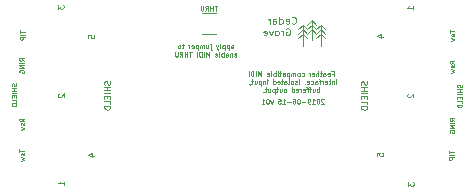
<source format=gbo>
G04 #@! TF.GenerationSoftware,KiCad,Pcbnew,(5.0.0-rc2-dev-444-g2974a2c10)*
G04 #@! TF.CreationDate,2019-08-12T19:19:49-07:00*
G04 #@! TF.ProjectId,Classic MIDI FeatherWing,436C6173736963204D49444920466561,v01*
G04 #@! TF.SameCoordinates,Original*
G04 #@! TF.FileFunction,Legend,Bot*
G04 #@! TF.FilePolarity,Positive*
%FSLAX46Y46*%
G04 Gerber Fmt 4.6, Leading zero omitted, Abs format (unit mm)*
G04 Created by KiCad (PCBNEW (5.0.0-rc2-dev-444-g2974a2c10)) date 08/12/19 19:19:49*
%MOMM*%
%LPD*%
G01*
G04 APERTURE LIST*
%ADD10C,0.080000*%
%ADD11C,0.100000*%
%ADD12C,0.120000*%
G04 APERTURE END LIST*
D10*
X158584571Y-107007047D02*
X158565523Y-106988000D01*
X158527428Y-106968952D01*
X158432190Y-106968952D01*
X158394095Y-106988000D01*
X158375047Y-107007047D01*
X158356000Y-107045142D01*
X158356000Y-107083238D01*
X158375047Y-107140380D01*
X158603619Y-107368952D01*
X158356000Y-107368952D01*
X158108380Y-106968952D02*
X158070285Y-106968952D01*
X158032190Y-106988000D01*
X158013142Y-107007047D01*
X157994095Y-107045142D01*
X157975047Y-107121333D01*
X157975047Y-107216571D01*
X157994095Y-107292761D01*
X158013142Y-107330857D01*
X158032190Y-107349904D01*
X158070285Y-107368952D01*
X158108380Y-107368952D01*
X158146476Y-107349904D01*
X158165523Y-107330857D01*
X158184571Y-107292761D01*
X158203619Y-107216571D01*
X158203619Y-107121333D01*
X158184571Y-107045142D01*
X158165523Y-107007047D01*
X158146476Y-106988000D01*
X158108380Y-106968952D01*
X157594095Y-107368952D02*
X157822666Y-107368952D01*
X157708380Y-107368952D02*
X157708380Y-106968952D01*
X157746476Y-107026095D01*
X157784571Y-107064190D01*
X157822666Y-107083238D01*
X157403619Y-107368952D02*
X157327428Y-107368952D01*
X157289333Y-107349904D01*
X157270285Y-107330857D01*
X157232190Y-107273714D01*
X157213142Y-107197523D01*
X157213142Y-107045142D01*
X157232190Y-107007047D01*
X157251238Y-106988000D01*
X157289333Y-106968952D01*
X157365523Y-106968952D01*
X157403619Y-106988000D01*
X157422666Y-107007047D01*
X157441714Y-107045142D01*
X157441714Y-107140380D01*
X157422666Y-107178476D01*
X157403619Y-107197523D01*
X157365523Y-107216571D01*
X157289333Y-107216571D01*
X157251238Y-107197523D01*
X157232190Y-107178476D01*
X157213142Y-107140380D01*
X157041714Y-107216571D02*
X156736952Y-107216571D01*
X156470285Y-106968952D02*
X156432190Y-106968952D01*
X156394095Y-106988000D01*
X156375047Y-107007047D01*
X156356000Y-107045142D01*
X156336952Y-107121333D01*
X156336952Y-107216571D01*
X156356000Y-107292761D01*
X156375047Y-107330857D01*
X156394095Y-107349904D01*
X156432190Y-107368952D01*
X156470285Y-107368952D01*
X156508380Y-107349904D01*
X156527428Y-107330857D01*
X156546476Y-107292761D01*
X156565523Y-107216571D01*
X156565523Y-107121333D01*
X156546476Y-107045142D01*
X156527428Y-107007047D01*
X156508380Y-106988000D01*
X156470285Y-106968952D01*
X155994095Y-106968952D02*
X156070285Y-106968952D01*
X156108380Y-106988000D01*
X156127428Y-107007047D01*
X156165523Y-107064190D01*
X156184571Y-107140380D01*
X156184571Y-107292761D01*
X156165523Y-107330857D01*
X156146476Y-107349904D01*
X156108380Y-107368952D01*
X156032190Y-107368952D01*
X155994095Y-107349904D01*
X155975047Y-107330857D01*
X155956000Y-107292761D01*
X155956000Y-107197523D01*
X155975047Y-107159428D01*
X155994095Y-107140380D01*
X156032190Y-107121333D01*
X156108380Y-107121333D01*
X156146476Y-107140380D01*
X156165523Y-107159428D01*
X156184571Y-107197523D01*
X155784571Y-107216571D02*
X155479809Y-107216571D01*
X155079809Y-107368952D02*
X155308380Y-107368952D01*
X155194095Y-107368952D02*
X155194095Y-106968952D01*
X155232190Y-107026095D01*
X155270285Y-107064190D01*
X155308380Y-107083238D01*
X154717904Y-106968952D02*
X154908380Y-106968952D01*
X154927428Y-107159428D01*
X154908380Y-107140380D01*
X154870285Y-107121333D01*
X154775047Y-107121333D01*
X154736952Y-107140380D01*
X154717904Y-107159428D01*
X154698857Y-107197523D01*
X154698857Y-107292761D01*
X154717904Y-107330857D01*
X154736952Y-107349904D01*
X154775047Y-107368952D01*
X154870285Y-107368952D01*
X154908380Y-107349904D01*
X154927428Y-107330857D01*
X154260761Y-107102285D02*
X154165523Y-107368952D01*
X154070285Y-107102285D01*
X153841714Y-106968952D02*
X153803619Y-106968952D01*
X153765523Y-106988000D01*
X153746476Y-107007047D01*
X153727428Y-107045142D01*
X153708380Y-107121333D01*
X153708380Y-107216571D01*
X153727428Y-107292761D01*
X153746476Y-107330857D01*
X153765523Y-107349904D01*
X153803619Y-107368952D01*
X153841714Y-107368952D01*
X153879809Y-107349904D01*
X153898857Y-107330857D01*
X153917904Y-107292761D01*
X153936952Y-107216571D01*
X153936952Y-107121333D01*
X153917904Y-107045142D01*
X153898857Y-107007047D01*
X153879809Y-106988000D01*
X153841714Y-106968952D01*
X153327428Y-107368952D02*
X153556000Y-107368952D01*
X153441714Y-107368952D02*
X153441714Y-106968952D01*
X153479809Y-107026095D01*
X153517904Y-107064190D01*
X153556000Y-107083238D01*
D11*
X155867000Y-100552285D02*
X155895571Y-100580857D01*
X155981285Y-100609428D01*
X156038428Y-100609428D01*
X156124142Y-100580857D01*
X156181285Y-100523714D01*
X156209857Y-100466571D01*
X156238428Y-100352285D01*
X156238428Y-100266571D01*
X156209857Y-100152285D01*
X156181285Y-100095142D01*
X156124142Y-100038000D01*
X156038428Y-100009428D01*
X155981285Y-100009428D01*
X155895571Y-100038000D01*
X155867000Y-100066571D01*
X155381285Y-100580857D02*
X155438428Y-100609428D01*
X155552714Y-100609428D01*
X155609857Y-100580857D01*
X155638428Y-100523714D01*
X155638428Y-100295142D01*
X155609857Y-100238000D01*
X155552714Y-100209428D01*
X155438428Y-100209428D01*
X155381285Y-100238000D01*
X155352714Y-100295142D01*
X155352714Y-100352285D01*
X155638428Y-100409428D01*
X154838428Y-100609428D02*
X154838428Y-100009428D01*
X154838428Y-100580857D02*
X154895571Y-100609428D01*
X155009857Y-100609428D01*
X155067000Y-100580857D01*
X155095571Y-100552285D01*
X155124142Y-100495142D01*
X155124142Y-100323714D01*
X155095571Y-100266571D01*
X155067000Y-100238000D01*
X155009857Y-100209428D01*
X154895571Y-100209428D01*
X154838428Y-100238000D01*
X154295571Y-100609428D02*
X154295571Y-100295142D01*
X154324142Y-100238000D01*
X154381285Y-100209428D01*
X154495571Y-100209428D01*
X154552714Y-100238000D01*
X154295571Y-100580857D02*
X154352714Y-100609428D01*
X154495571Y-100609428D01*
X154552714Y-100580857D01*
X154581285Y-100523714D01*
X154581285Y-100466571D01*
X154552714Y-100409428D01*
X154495571Y-100380857D01*
X154352714Y-100380857D01*
X154295571Y-100352285D01*
X154009857Y-100609428D02*
X154009857Y-100209428D01*
X154009857Y-100323714D02*
X153981285Y-100266571D01*
X153952714Y-100238000D01*
X153895571Y-100209428D01*
X153838428Y-100209428D01*
X155395571Y-101038000D02*
X155452714Y-101009428D01*
X155538428Y-101009428D01*
X155624142Y-101038000D01*
X155681285Y-101095142D01*
X155709857Y-101152285D01*
X155738428Y-101266571D01*
X155738428Y-101352285D01*
X155709857Y-101466571D01*
X155681285Y-101523714D01*
X155624142Y-101580857D01*
X155538428Y-101609428D01*
X155481285Y-101609428D01*
X155395571Y-101580857D01*
X155367000Y-101552285D01*
X155367000Y-101352285D01*
X155481285Y-101352285D01*
X155109857Y-101609428D02*
X155109857Y-101209428D01*
X155109857Y-101323714D02*
X155081285Y-101266571D01*
X155052714Y-101238000D01*
X154995571Y-101209428D01*
X154938428Y-101209428D01*
X154652714Y-101609428D02*
X154709857Y-101580857D01*
X154738428Y-101552285D01*
X154767000Y-101495142D01*
X154767000Y-101323714D01*
X154738428Y-101266571D01*
X154709857Y-101238000D01*
X154652714Y-101209428D01*
X154567000Y-101209428D01*
X154509857Y-101238000D01*
X154481285Y-101266571D01*
X154452714Y-101323714D01*
X154452714Y-101495142D01*
X154481285Y-101552285D01*
X154509857Y-101580857D01*
X154567000Y-101609428D01*
X154652714Y-101609428D01*
X154252714Y-101209428D02*
X154109857Y-101609428D01*
X153967000Y-101209428D01*
X153509857Y-101580857D02*
X153567000Y-101609428D01*
X153681285Y-101609428D01*
X153738428Y-101580857D01*
X153767000Y-101523714D01*
X153767000Y-101295142D01*
X153738428Y-101238000D01*
X153681285Y-101209428D01*
X153567000Y-101209428D01*
X153509857Y-101238000D01*
X153481285Y-101295142D01*
X153481285Y-101352285D01*
X153767000Y-101409428D01*
X158700337Y-101065271D02*
X158319337Y-100684271D01*
X158700337Y-101827271D02*
X158319337Y-101446271D01*
X158319337Y-102462271D02*
X158319337Y-100811271D01*
X158700337Y-101446271D02*
X158319337Y-101065271D01*
X157938337Y-101446271D02*
X157557337Y-101065271D01*
X158319337Y-101446271D02*
X157938337Y-101827271D01*
X156795337Y-101446271D02*
X156414337Y-101827271D01*
X157557337Y-100684271D02*
X157176337Y-101065271D01*
X157557337Y-101954271D02*
X157557337Y-100303271D01*
X157176337Y-101065271D02*
X156795337Y-100684271D01*
X157176337Y-101446271D02*
X156795337Y-101065271D01*
X156795337Y-100684271D02*
X156414337Y-101065271D01*
X156795337Y-102462271D02*
X156795337Y-100811271D01*
X156795337Y-101065271D02*
X156414337Y-101446271D01*
X157557337Y-101065271D02*
X157176337Y-101446271D01*
X158319337Y-100684271D02*
X157938337Y-101065271D01*
X158319337Y-101065271D02*
X157938337Y-101446271D01*
X157176337Y-101827271D02*
X156795337Y-101446271D01*
X157938337Y-100684271D02*
X157557337Y-100303271D01*
X157557337Y-100303271D02*
X157176337Y-100684271D01*
X157938337Y-101065271D02*
X157557337Y-100684271D01*
D10*
X159286142Y-104828428D02*
X159419476Y-104828428D01*
X159419476Y-105037952D02*
X159419476Y-104637952D01*
X159229000Y-104637952D01*
X158924238Y-105018904D02*
X158962333Y-105037952D01*
X159038523Y-105037952D01*
X159076619Y-105018904D01*
X159095666Y-104980809D01*
X159095666Y-104828428D01*
X159076619Y-104790333D01*
X159038523Y-104771285D01*
X158962333Y-104771285D01*
X158924238Y-104790333D01*
X158905190Y-104828428D01*
X158905190Y-104866523D01*
X159095666Y-104904619D01*
X158562333Y-105037952D02*
X158562333Y-104828428D01*
X158581380Y-104790333D01*
X158619476Y-104771285D01*
X158695666Y-104771285D01*
X158733761Y-104790333D01*
X158562333Y-105018904D02*
X158600428Y-105037952D01*
X158695666Y-105037952D01*
X158733761Y-105018904D01*
X158752809Y-104980809D01*
X158752809Y-104942714D01*
X158733761Y-104904619D01*
X158695666Y-104885571D01*
X158600428Y-104885571D01*
X158562333Y-104866523D01*
X158429000Y-104771285D02*
X158276619Y-104771285D01*
X158371857Y-104637952D02*
X158371857Y-104980809D01*
X158352809Y-105018904D01*
X158314714Y-105037952D01*
X158276619Y-105037952D01*
X158143285Y-105037952D02*
X158143285Y-104637952D01*
X157971857Y-105037952D02*
X157971857Y-104828428D01*
X157990904Y-104790333D01*
X158029000Y-104771285D01*
X158086142Y-104771285D01*
X158124238Y-104790333D01*
X158143285Y-104809380D01*
X157629000Y-105018904D02*
X157667095Y-105037952D01*
X157743285Y-105037952D01*
X157781380Y-105018904D01*
X157800428Y-104980809D01*
X157800428Y-104828428D01*
X157781380Y-104790333D01*
X157743285Y-104771285D01*
X157667095Y-104771285D01*
X157629000Y-104790333D01*
X157609952Y-104828428D01*
X157609952Y-104866523D01*
X157800428Y-104904619D01*
X157438523Y-105037952D02*
X157438523Y-104771285D01*
X157438523Y-104847476D02*
X157419476Y-104809380D01*
X157400428Y-104790333D01*
X157362333Y-104771285D01*
X157324238Y-104771285D01*
X156714714Y-105018904D02*
X156752809Y-105037952D01*
X156829000Y-105037952D01*
X156867095Y-105018904D01*
X156886142Y-104999857D01*
X156905190Y-104961761D01*
X156905190Y-104847476D01*
X156886142Y-104809380D01*
X156867095Y-104790333D01*
X156829000Y-104771285D01*
X156752809Y-104771285D01*
X156714714Y-104790333D01*
X156486142Y-105037952D02*
X156524238Y-105018904D01*
X156543285Y-104999857D01*
X156562333Y-104961761D01*
X156562333Y-104847476D01*
X156543285Y-104809380D01*
X156524238Y-104790333D01*
X156486142Y-104771285D01*
X156429000Y-104771285D01*
X156390904Y-104790333D01*
X156371857Y-104809380D01*
X156352809Y-104847476D01*
X156352809Y-104961761D01*
X156371857Y-104999857D01*
X156390904Y-105018904D01*
X156429000Y-105037952D01*
X156486142Y-105037952D01*
X156181380Y-105037952D02*
X156181380Y-104771285D01*
X156181380Y-104809380D02*
X156162333Y-104790333D01*
X156124238Y-104771285D01*
X156067095Y-104771285D01*
X156029000Y-104790333D01*
X156009952Y-104828428D01*
X156009952Y-105037952D01*
X156009952Y-104828428D02*
X155990904Y-104790333D01*
X155952809Y-104771285D01*
X155895666Y-104771285D01*
X155857571Y-104790333D01*
X155838523Y-104828428D01*
X155838523Y-105037952D01*
X155648047Y-104771285D02*
X155648047Y-105171285D01*
X155648047Y-104790333D02*
X155609952Y-104771285D01*
X155533761Y-104771285D01*
X155495666Y-104790333D01*
X155476619Y-104809380D01*
X155457571Y-104847476D01*
X155457571Y-104961761D01*
X155476619Y-104999857D01*
X155495666Y-105018904D01*
X155533761Y-105037952D01*
X155609952Y-105037952D01*
X155648047Y-105018904D01*
X155114714Y-105037952D02*
X155114714Y-104828428D01*
X155133761Y-104790333D01*
X155171857Y-104771285D01*
X155248047Y-104771285D01*
X155286142Y-104790333D01*
X155114714Y-105018904D02*
X155152809Y-105037952D01*
X155248047Y-105037952D01*
X155286142Y-105018904D01*
X155305190Y-104980809D01*
X155305190Y-104942714D01*
X155286142Y-104904619D01*
X155248047Y-104885571D01*
X155152809Y-104885571D01*
X155114714Y-104866523D01*
X154981380Y-104771285D02*
X154829000Y-104771285D01*
X154924238Y-104637952D02*
X154924238Y-104980809D01*
X154905190Y-105018904D01*
X154867095Y-105037952D01*
X154829000Y-105037952D01*
X154695666Y-105037952D02*
X154695666Y-104771285D01*
X154695666Y-104637952D02*
X154714714Y-104657000D01*
X154695666Y-104676047D01*
X154676619Y-104657000D01*
X154695666Y-104637952D01*
X154695666Y-104676047D01*
X154505190Y-105037952D02*
X154505190Y-104637952D01*
X154505190Y-104790333D02*
X154467095Y-104771285D01*
X154390904Y-104771285D01*
X154352809Y-104790333D01*
X154333761Y-104809380D01*
X154314714Y-104847476D01*
X154314714Y-104961761D01*
X154333761Y-104999857D01*
X154352809Y-105018904D01*
X154390904Y-105037952D01*
X154467095Y-105037952D01*
X154505190Y-105018904D01*
X154086142Y-105037952D02*
X154124238Y-105018904D01*
X154143285Y-104980809D01*
X154143285Y-104637952D01*
X153781380Y-105018904D02*
X153819476Y-105037952D01*
X153895666Y-105037952D01*
X153933761Y-105018904D01*
X153952809Y-104980809D01*
X153952809Y-104828428D01*
X153933761Y-104790333D01*
X153895666Y-104771285D01*
X153819476Y-104771285D01*
X153781380Y-104790333D01*
X153762333Y-104828428D01*
X153762333Y-104866523D01*
X153952809Y-104904619D01*
X153286142Y-105037952D02*
X153286142Y-104637952D01*
X153152809Y-104923666D01*
X153019476Y-104637952D01*
X153019476Y-105037952D01*
X152829000Y-105037952D02*
X152829000Y-104637952D01*
X152638523Y-105037952D02*
X152638523Y-104637952D01*
X152543285Y-104637952D01*
X152486142Y-104657000D01*
X152448047Y-104695095D01*
X152429000Y-104733190D01*
X152409952Y-104809380D01*
X152409952Y-104866523D01*
X152429000Y-104942714D01*
X152448047Y-104980809D01*
X152486142Y-105018904D01*
X152543285Y-105037952D01*
X152638523Y-105037952D01*
X152238523Y-105037952D02*
X152238523Y-104637952D01*
X159648047Y-105717952D02*
X159648047Y-105451285D01*
X159648047Y-105317952D02*
X159667095Y-105337000D01*
X159648047Y-105356047D01*
X159629000Y-105337000D01*
X159648047Y-105317952D01*
X159648047Y-105356047D01*
X159457571Y-105451285D02*
X159457571Y-105717952D01*
X159457571Y-105489380D02*
X159438523Y-105470333D01*
X159400428Y-105451285D01*
X159343285Y-105451285D01*
X159305190Y-105470333D01*
X159286142Y-105508428D01*
X159286142Y-105717952D01*
X159152809Y-105451285D02*
X159000428Y-105451285D01*
X159095666Y-105317952D02*
X159095666Y-105660809D01*
X159076619Y-105698904D01*
X159038523Y-105717952D01*
X159000428Y-105717952D01*
X158714714Y-105698904D02*
X158752809Y-105717952D01*
X158829000Y-105717952D01*
X158867095Y-105698904D01*
X158886142Y-105660809D01*
X158886142Y-105508428D01*
X158867095Y-105470333D01*
X158829000Y-105451285D01*
X158752809Y-105451285D01*
X158714714Y-105470333D01*
X158695666Y-105508428D01*
X158695666Y-105546523D01*
X158886142Y-105584619D01*
X158524238Y-105717952D02*
X158524238Y-105451285D01*
X158524238Y-105527476D02*
X158505190Y-105489380D01*
X158486142Y-105470333D01*
X158448047Y-105451285D01*
X158409952Y-105451285D01*
X158333761Y-105451285D02*
X158181380Y-105451285D01*
X158276619Y-105717952D02*
X158276619Y-105375095D01*
X158257571Y-105337000D01*
X158219476Y-105317952D01*
X158181380Y-105317952D01*
X157876619Y-105717952D02*
X157876619Y-105508428D01*
X157895666Y-105470333D01*
X157933761Y-105451285D01*
X158009952Y-105451285D01*
X158048047Y-105470333D01*
X157876619Y-105698904D02*
X157914714Y-105717952D01*
X158009952Y-105717952D01*
X158048047Y-105698904D01*
X158067095Y-105660809D01*
X158067095Y-105622714D01*
X158048047Y-105584619D01*
X158009952Y-105565571D01*
X157914714Y-105565571D01*
X157876619Y-105546523D01*
X157514714Y-105698904D02*
X157552809Y-105717952D01*
X157629000Y-105717952D01*
X157667095Y-105698904D01*
X157686142Y-105679857D01*
X157705190Y-105641761D01*
X157705190Y-105527476D01*
X157686142Y-105489380D01*
X157667095Y-105470333D01*
X157629000Y-105451285D01*
X157552809Y-105451285D01*
X157514714Y-105470333D01*
X157190904Y-105698904D02*
X157229000Y-105717952D01*
X157305190Y-105717952D01*
X157343285Y-105698904D01*
X157362333Y-105660809D01*
X157362333Y-105508428D01*
X157343285Y-105470333D01*
X157305190Y-105451285D01*
X157229000Y-105451285D01*
X157190904Y-105470333D01*
X157171857Y-105508428D01*
X157171857Y-105546523D01*
X157362333Y-105584619D01*
X157000428Y-105679857D02*
X156981380Y-105698904D01*
X157000428Y-105717952D01*
X157019476Y-105698904D01*
X157000428Y-105679857D01*
X157000428Y-105717952D01*
X156505190Y-105717952D02*
X156505190Y-105317952D01*
X156333761Y-105698904D02*
X156295666Y-105717952D01*
X156219476Y-105717952D01*
X156181380Y-105698904D01*
X156162333Y-105660809D01*
X156162333Y-105641761D01*
X156181380Y-105603666D01*
X156219476Y-105584619D01*
X156276619Y-105584619D01*
X156314714Y-105565571D01*
X156333761Y-105527476D01*
X156333761Y-105508428D01*
X156314714Y-105470333D01*
X156276619Y-105451285D01*
X156219476Y-105451285D01*
X156181380Y-105470333D01*
X155933761Y-105717952D02*
X155971857Y-105698904D01*
X155990904Y-105679857D01*
X156009952Y-105641761D01*
X156009952Y-105527476D01*
X155990904Y-105489380D01*
X155971857Y-105470333D01*
X155933761Y-105451285D01*
X155876619Y-105451285D01*
X155838523Y-105470333D01*
X155819476Y-105489380D01*
X155800428Y-105527476D01*
X155800428Y-105641761D01*
X155819476Y-105679857D01*
X155838523Y-105698904D01*
X155876619Y-105717952D01*
X155933761Y-105717952D01*
X155571857Y-105717952D02*
X155609952Y-105698904D01*
X155629000Y-105660809D01*
X155629000Y-105317952D01*
X155248047Y-105717952D02*
X155248047Y-105508428D01*
X155267095Y-105470333D01*
X155305190Y-105451285D01*
X155381380Y-105451285D01*
X155419476Y-105470333D01*
X155248047Y-105698904D02*
X155286142Y-105717952D01*
X155381380Y-105717952D01*
X155419476Y-105698904D01*
X155438523Y-105660809D01*
X155438523Y-105622714D01*
X155419476Y-105584619D01*
X155381380Y-105565571D01*
X155286142Y-105565571D01*
X155248047Y-105546523D01*
X155114714Y-105451285D02*
X154962333Y-105451285D01*
X155057571Y-105317952D02*
X155057571Y-105660809D01*
X155038523Y-105698904D01*
X155000428Y-105717952D01*
X154962333Y-105717952D01*
X154676619Y-105698904D02*
X154714714Y-105717952D01*
X154790904Y-105717952D01*
X154829000Y-105698904D01*
X154848047Y-105660809D01*
X154848047Y-105508428D01*
X154829000Y-105470333D01*
X154790904Y-105451285D01*
X154714714Y-105451285D01*
X154676619Y-105470333D01*
X154657571Y-105508428D01*
X154657571Y-105546523D01*
X154848047Y-105584619D01*
X154314714Y-105717952D02*
X154314714Y-105317952D01*
X154314714Y-105698904D02*
X154352809Y-105717952D01*
X154429000Y-105717952D01*
X154467095Y-105698904D01*
X154486142Y-105679857D01*
X154505190Y-105641761D01*
X154505190Y-105527476D01*
X154486142Y-105489380D01*
X154467095Y-105470333D01*
X154429000Y-105451285D01*
X154352809Y-105451285D01*
X154314714Y-105470333D01*
X153819476Y-105717952D02*
X153819476Y-105451285D01*
X153819476Y-105317952D02*
X153838523Y-105337000D01*
X153819476Y-105356047D01*
X153800428Y-105337000D01*
X153819476Y-105317952D01*
X153819476Y-105356047D01*
X153629000Y-105451285D02*
X153629000Y-105717952D01*
X153629000Y-105489380D02*
X153609952Y-105470333D01*
X153571857Y-105451285D01*
X153514714Y-105451285D01*
X153476619Y-105470333D01*
X153457571Y-105508428D01*
X153457571Y-105717952D01*
X153267095Y-105451285D02*
X153267095Y-105851285D01*
X153267095Y-105470333D02*
X153229000Y-105451285D01*
X153152809Y-105451285D01*
X153114714Y-105470333D01*
X153095666Y-105489380D01*
X153076619Y-105527476D01*
X153076619Y-105641761D01*
X153095666Y-105679857D01*
X153114714Y-105698904D01*
X153152809Y-105717952D01*
X153229000Y-105717952D01*
X153267095Y-105698904D01*
X152733761Y-105451285D02*
X152733761Y-105717952D01*
X152905190Y-105451285D02*
X152905190Y-105660809D01*
X152886142Y-105698904D01*
X152848047Y-105717952D01*
X152790904Y-105717952D01*
X152752809Y-105698904D01*
X152733761Y-105679857D01*
X152600428Y-105451285D02*
X152448047Y-105451285D01*
X152543285Y-105317952D02*
X152543285Y-105660809D01*
X152524238Y-105698904D01*
X152486142Y-105717952D01*
X152448047Y-105717952D01*
X152295666Y-105698904D02*
X152295666Y-105717952D01*
X152314714Y-105756047D01*
X152333761Y-105775095D01*
X158171857Y-106397952D02*
X158171857Y-105997952D01*
X158171857Y-106150333D02*
X158133761Y-106131285D01*
X158057571Y-106131285D01*
X158019476Y-106150333D01*
X158000428Y-106169380D01*
X157981380Y-106207476D01*
X157981380Y-106321761D01*
X158000428Y-106359857D01*
X158019476Y-106378904D01*
X158057571Y-106397952D01*
X158133761Y-106397952D01*
X158171857Y-106378904D01*
X157638523Y-106131285D02*
X157638523Y-106397952D01*
X157809952Y-106131285D02*
X157809952Y-106340809D01*
X157790904Y-106378904D01*
X157752809Y-106397952D01*
X157695666Y-106397952D01*
X157657571Y-106378904D01*
X157638523Y-106359857D01*
X157505190Y-106131285D02*
X157352809Y-106131285D01*
X157448047Y-106397952D02*
X157448047Y-106055095D01*
X157429000Y-106017000D01*
X157390904Y-105997952D01*
X157352809Y-105997952D01*
X157276619Y-106131285D02*
X157124238Y-106131285D01*
X157219476Y-106397952D02*
X157219476Y-106055095D01*
X157200428Y-106017000D01*
X157162333Y-105997952D01*
X157124238Y-105997952D01*
X156838523Y-106378904D02*
X156876619Y-106397952D01*
X156952809Y-106397952D01*
X156990904Y-106378904D01*
X157009952Y-106340809D01*
X157009952Y-106188428D01*
X156990904Y-106150333D01*
X156952809Y-106131285D01*
X156876619Y-106131285D01*
X156838523Y-106150333D01*
X156819476Y-106188428D01*
X156819476Y-106226523D01*
X157009952Y-106264619D01*
X156648047Y-106397952D02*
X156648047Y-106131285D01*
X156648047Y-106207476D02*
X156629000Y-106169380D01*
X156609952Y-106150333D01*
X156571857Y-106131285D01*
X156533761Y-106131285D01*
X156248047Y-106378904D02*
X156286142Y-106397952D01*
X156362333Y-106397952D01*
X156400428Y-106378904D01*
X156419476Y-106340809D01*
X156419476Y-106188428D01*
X156400428Y-106150333D01*
X156362333Y-106131285D01*
X156286142Y-106131285D01*
X156248047Y-106150333D01*
X156229000Y-106188428D01*
X156229000Y-106226523D01*
X156419476Y-106264619D01*
X155886142Y-106397952D02*
X155886142Y-105997952D01*
X155886142Y-106378904D02*
X155924238Y-106397952D01*
X156000428Y-106397952D01*
X156038523Y-106378904D01*
X156057571Y-106359857D01*
X156076619Y-106321761D01*
X156076619Y-106207476D01*
X156057571Y-106169380D01*
X156038523Y-106150333D01*
X156000428Y-106131285D01*
X155924238Y-106131285D01*
X155886142Y-106150333D01*
X155333761Y-106397952D02*
X155371857Y-106378904D01*
X155390904Y-106359857D01*
X155409952Y-106321761D01*
X155409952Y-106207476D01*
X155390904Y-106169380D01*
X155371857Y-106150333D01*
X155333761Y-106131285D01*
X155276619Y-106131285D01*
X155238523Y-106150333D01*
X155219476Y-106169380D01*
X155200428Y-106207476D01*
X155200428Y-106321761D01*
X155219476Y-106359857D01*
X155238523Y-106378904D01*
X155276619Y-106397952D01*
X155333761Y-106397952D01*
X154857571Y-106131285D02*
X154857571Y-106397952D01*
X155029000Y-106131285D02*
X155029000Y-106340809D01*
X155009952Y-106378904D01*
X154971857Y-106397952D01*
X154914714Y-106397952D01*
X154876619Y-106378904D01*
X154857571Y-106359857D01*
X154724238Y-106131285D02*
X154571857Y-106131285D01*
X154667095Y-105997952D02*
X154667095Y-106340809D01*
X154648047Y-106378904D01*
X154609952Y-106397952D01*
X154571857Y-106397952D01*
X154438523Y-106131285D02*
X154438523Y-106531285D01*
X154438523Y-106150333D02*
X154400428Y-106131285D01*
X154324238Y-106131285D01*
X154286142Y-106150333D01*
X154267095Y-106169380D01*
X154248047Y-106207476D01*
X154248047Y-106321761D01*
X154267095Y-106359857D01*
X154286142Y-106378904D01*
X154324238Y-106397952D01*
X154400428Y-106397952D01*
X154438523Y-106378904D01*
X153905190Y-106131285D02*
X153905190Y-106397952D01*
X154076619Y-106131285D02*
X154076619Y-106340809D01*
X154057571Y-106378904D01*
X154019476Y-106397952D01*
X153962333Y-106397952D01*
X153924238Y-106378904D01*
X153905190Y-106359857D01*
X153771857Y-106131285D02*
X153619476Y-106131285D01*
X153714714Y-105997952D02*
X153714714Y-106340809D01*
X153695666Y-106378904D01*
X153657571Y-106397952D01*
X153619476Y-106397952D01*
X153486142Y-106359857D02*
X153467095Y-106378904D01*
X153486142Y-106397952D01*
X153505190Y-106378904D01*
X153486142Y-106359857D01*
X153486142Y-106397952D01*
X150742380Y-102710952D02*
X150742380Y-102501428D01*
X150761428Y-102463333D01*
X150799523Y-102444285D01*
X150875714Y-102444285D01*
X150913809Y-102463333D01*
X150742380Y-102691904D02*
X150780476Y-102710952D01*
X150875714Y-102710952D01*
X150913809Y-102691904D01*
X150932857Y-102653809D01*
X150932857Y-102615714D01*
X150913809Y-102577619D01*
X150875714Y-102558571D01*
X150780476Y-102558571D01*
X150742380Y-102539523D01*
X150551904Y-102444285D02*
X150551904Y-102844285D01*
X150551904Y-102463333D02*
X150513809Y-102444285D01*
X150437619Y-102444285D01*
X150399523Y-102463333D01*
X150380476Y-102482380D01*
X150361428Y-102520476D01*
X150361428Y-102634761D01*
X150380476Y-102672857D01*
X150399523Y-102691904D01*
X150437619Y-102710952D01*
X150513809Y-102710952D01*
X150551904Y-102691904D01*
X150190000Y-102444285D02*
X150190000Y-102844285D01*
X150190000Y-102463333D02*
X150151904Y-102444285D01*
X150075714Y-102444285D01*
X150037619Y-102463333D01*
X150018571Y-102482380D01*
X149999523Y-102520476D01*
X149999523Y-102634761D01*
X150018571Y-102672857D01*
X150037619Y-102691904D01*
X150075714Y-102710952D01*
X150151904Y-102710952D01*
X150190000Y-102691904D01*
X149770952Y-102710952D02*
X149809047Y-102691904D01*
X149828095Y-102653809D01*
X149828095Y-102310952D01*
X149656666Y-102444285D02*
X149561428Y-102710952D01*
X149466190Y-102444285D02*
X149561428Y-102710952D01*
X149599523Y-102806190D01*
X149618571Y-102825238D01*
X149656666Y-102844285D01*
X149009047Y-102444285D02*
X149009047Y-102787142D01*
X149028095Y-102825238D01*
X149066190Y-102844285D01*
X149085238Y-102844285D01*
X149009047Y-102310952D02*
X149028095Y-102330000D01*
X149009047Y-102349047D01*
X148990000Y-102330000D01*
X149009047Y-102310952D01*
X149009047Y-102349047D01*
X148647142Y-102444285D02*
X148647142Y-102710952D01*
X148818571Y-102444285D02*
X148818571Y-102653809D01*
X148799523Y-102691904D01*
X148761428Y-102710952D01*
X148704285Y-102710952D01*
X148666190Y-102691904D01*
X148647142Y-102672857D01*
X148456666Y-102710952D02*
X148456666Y-102444285D01*
X148456666Y-102482380D02*
X148437619Y-102463333D01*
X148399523Y-102444285D01*
X148342380Y-102444285D01*
X148304285Y-102463333D01*
X148285238Y-102501428D01*
X148285238Y-102710952D01*
X148285238Y-102501428D02*
X148266190Y-102463333D01*
X148228095Y-102444285D01*
X148170952Y-102444285D01*
X148132857Y-102463333D01*
X148113809Y-102501428D01*
X148113809Y-102710952D01*
X147923333Y-102444285D02*
X147923333Y-102844285D01*
X147923333Y-102463333D02*
X147885238Y-102444285D01*
X147809047Y-102444285D01*
X147770952Y-102463333D01*
X147751904Y-102482380D01*
X147732857Y-102520476D01*
X147732857Y-102634761D01*
X147751904Y-102672857D01*
X147770952Y-102691904D01*
X147809047Y-102710952D01*
X147885238Y-102710952D01*
X147923333Y-102691904D01*
X147409047Y-102691904D02*
X147447142Y-102710952D01*
X147523333Y-102710952D01*
X147561428Y-102691904D01*
X147580476Y-102653809D01*
X147580476Y-102501428D01*
X147561428Y-102463333D01*
X147523333Y-102444285D01*
X147447142Y-102444285D01*
X147409047Y-102463333D01*
X147390000Y-102501428D01*
X147390000Y-102539523D01*
X147580476Y-102577619D01*
X147218571Y-102710952D02*
X147218571Y-102444285D01*
X147218571Y-102520476D02*
X147199523Y-102482380D01*
X147180476Y-102463333D01*
X147142380Y-102444285D01*
X147104285Y-102444285D01*
X146723333Y-102444285D02*
X146570952Y-102444285D01*
X146666190Y-102310952D02*
X146666190Y-102653809D01*
X146647142Y-102691904D01*
X146609047Y-102710952D01*
X146570952Y-102710952D01*
X146380476Y-102710952D02*
X146418571Y-102691904D01*
X146437619Y-102672857D01*
X146456666Y-102634761D01*
X146456666Y-102520476D01*
X146437619Y-102482380D01*
X146418571Y-102463333D01*
X146380476Y-102444285D01*
X146323333Y-102444285D01*
X146285238Y-102463333D01*
X146266190Y-102482380D01*
X146247142Y-102520476D01*
X146247142Y-102634761D01*
X146266190Y-102672857D01*
X146285238Y-102691904D01*
X146323333Y-102710952D01*
X146380476Y-102710952D01*
X151028095Y-103371904D02*
X151066190Y-103390952D01*
X151142380Y-103390952D01*
X151180476Y-103371904D01*
X151199523Y-103333809D01*
X151199523Y-103181428D01*
X151180476Y-103143333D01*
X151142380Y-103124285D01*
X151066190Y-103124285D01*
X151028095Y-103143333D01*
X151009047Y-103181428D01*
X151009047Y-103219523D01*
X151199523Y-103257619D01*
X150837619Y-103124285D02*
X150837619Y-103390952D01*
X150837619Y-103162380D02*
X150818571Y-103143333D01*
X150780476Y-103124285D01*
X150723333Y-103124285D01*
X150685238Y-103143333D01*
X150666190Y-103181428D01*
X150666190Y-103390952D01*
X150304285Y-103390952D02*
X150304285Y-103181428D01*
X150323333Y-103143333D01*
X150361428Y-103124285D01*
X150437619Y-103124285D01*
X150475714Y-103143333D01*
X150304285Y-103371904D02*
X150342380Y-103390952D01*
X150437619Y-103390952D01*
X150475714Y-103371904D01*
X150494761Y-103333809D01*
X150494761Y-103295714D01*
X150475714Y-103257619D01*
X150437619Y-103238571D01*
X150342380Y-103238571D01*
X150304285Y-103219523D01*
X150113809Y-103390952D02*
X150113809Y-102990952D01*
X150113809Y-103143333D02*
X150075714Y-103124285D01*
X149999523Y-103124285D01*
X149961428Y-103143333D01*
X149942380Y-103162380D01*
X149923333Y-103200476D01*
X149923333Y-103314761D01*
X149942380Y-103352857D01*
X149961428Y-103371904D01*
X149999523Y-103390952D01*
X150075714Y-103390952D01*
X150113809Y-103371904D01*
X149694761Y-103390952D02*
X149732857Y-103371904D01*
X149751904Y-103333809D01*
X149751904Y-102990952D01*
X149390000Y-103371904D02*
X149428095Y-103390952D01*
X149504285Y-103390952D01*
X149542380Y-103371904D01*
X149561428Y-103333809D01*
X149561428Y-103181428D01*
X149542380Y-103143333D01*
X149504285Y-103124285D01*
X149428095Y-103124285D01*
X149390000Y-103143333D01*
X149370952Y-103181428D01*
X149370952Y-103219523D01*
X149561428Y-103257619D01*
X148894761Y-103390952D02*
X148894761Y-102990952D01*
X148761428Y-103276666D01*
X148628095Y-102990952D01*
X148628095Y-103390952D01*
X148437619Y-103390952D02*
X148437619Y-102990952D01*
X148247142Y-103390952D02*
X148247142Y-102990952D01*
X148151904Y-102990952D01*
X148094761Y-103010000D01*
X148056666Y-103048095D01*
X148037619Y-103086190D01*
X148018571Y-103162380D01*
X148018571Y-103219523D01*
X148037619Y-103295714D01*
X148056666Y-103333809D01*
X148094761Y-103371904D01*
X148151904Y-103390952D01*
X148247142Y-103390952D01*
X147847142Y-103390952D02*
X147847142Y-102990952D01*
X147409047Y-102990952D02*
X147180476Y-102990952D01*
X147294761Y-103390952D02*
X147294761Y-102990952D01*
X147047142Y-103390952D02*
X147047142Y-102990952D01*
X147047142Y-103181428D02*
X146818571Y-103181428D01*
X146818571Y-103390952D02*
X146818571Y-102990952D01*
X146399523Y-103390952D02*
X146532857Y-103200476D01*
X146628095Y-103390952D02*
X146628095Y-102990952D01*
X146475714Y-102990952D01*
X146437619Y-103010000D01*
X146418571Y-103029047D01*
X146399523Y-103067142D01*
X146399523Y-103124285D01*
X146418571Y-103162380D01*
X146437619Y-103181428D01*
X146475714Y-103200476D01*
X146628095Y-103200476D01*
X146228095Y-102990952D02*
X146228095Y-103314761D01*
X146209047Y-103352857D01*
X146190000Y-103371904D01*
X146151904Y-103390952D01*
X146075714Y-103390952D01*
X146037619Y-103371904D01*
X146018571Y-103352857D01*
X145999523Y-103314761D01*
X145999523Y-102990952D01*
X149577333Y-99094952D02*
X149348761Y-99094952D01*
X149463047Y-99494952D02*
X149463047Y-99094952D01*
X149215428Y-99494952D02*
X149215428Y-99094952D01*
X149215428Y-99285428D02*
X148986857Y-99285428D01*
X148986857Y-99494952D02*
X148986857Y-99094952D01*
X148567809Y-99494952D02*
X148701142Y-99304476D01*
X148796380Y-99494952D02*
X148796380Y-99094952D01*
X148644000Y-99094952D01*
X148605904Y-99114000D01*
X148586857Y-99133047D01*
X148567809Y-99171142D01*
X148567809Y-99228285D01*
X148586857Y-99266380D01*
X148605904Y-99285428D01*
X148644000Y-99304476D01*
X148796380Y-99304476D01*
X148396380Y-99094952D02*
X148396380Y-99418761D01*
X148377333Y-99456857D01*
X148358285Y-99475904D01*
X148320190Y-99494952D01*
X148244000Y-99494952D01*
X148205904Y-99475904D01*
X148186857Y-99456857D01*
X148167809Y-99418761D01*
X148167809Y-99094952D01*
D12*
X148270253Y-101474642D02*
X149470253Y-101474642D01*
X149470253Y-99714642D02*
X148270253Y-99714642D01*
D10*
X132553904Y-105668095D02*
X132572952Y-105725238D01*
X132572952Y-105820476D01*
X132553904Y-105858571D01*
X132534857Y-105877619D01*
X132496761Y-105896666D01*
X132458666Y-105896666D01*
X132420571Y-105877619D01*
X132401523Y-105858571D01*
X132382476Y-105820476D01*
X132363428Y-105744285D01*
X132344380Y-105706190D01*
X132325333Y-105687142D01*
X132287238Y-105668095D01*
X132249142Y-105668095D01*
X132211047Y-105687142D01*
X132192000Y-105706190D01*
X132172952Y-105744285D01*
X132172952Y-105839523D01*
X132192000Y-105896666D01*
X132572952Y-106068095D02*
X132172952Y-106068095D01*
X132363428Y-106068095D02*
X132363428Y-106296666D01*
X132572952Y-106296666D02*
X132172952Y-106296666D01*
X132572952Y-106487142D02*
X132172952Y-106487142D01*
X132363428Y-106677619D02*
X132363428Y-106810952D01*
X132572952Y-106868095D02*
X132572952Y-106677619D01*
X132172952Y-106677619D01*
X132172952Y-106868095D01*
X132572952Y-107230000D02*
X132572952Y-107039523D01*
X132172952Y-107039523D01*
X132572952Y-107363333D02*
X132172952Y-107363333D01*
X132172952Y-107458571D01*
X132192000Y-107515714D01*
X132230095Y-107553809D01*
X132268190Y-107572857D01*
X132344380Y-107591904D01*
X132401523Y-107591904D01*
X132477714Y-107572857D01*
X132515809Y-107553809D01*
X132553904Y-107515714D01*
X132572952Y-107458571D01*
X132572952Y-107363333D01*
X132822952Y-111244285D02*
X132822952Y-111472857D01*
X133222952Y-111358571D02*
X132822952Y-111358571D01*
X133203904Y-111587142D02*
X133222952Y-111625238D01*
X133222952Y-111701428D01*
X133203904Y-111739523D01*
X133165809Y-111758571D01*
X133146761Y-111758571D01*
X133108666Y-111739523D01*
X133089619Y-111701428D01*
X133089619Y-111644285D01*
X133070571Y-111606190D01*
X133032476Y-111587142D01*
X133013428Y-111587142D01*
X132975333Y-111606190D01*
X132956285Y-111644285D01*
X132956285Y-111701428D01*
X132975333Y-111739523D01*
X132956285Y-111891904D02*
X133222952Y-111968095D01*
X133032476Y-112044285D01*
X133222952Y-112120476D01*
X132956285Y-112196666D01*
X133222952Y-108882380D02*
X133032476Y-108749047D01*
X133222952Y-108653809D02*
X132822952Y-108653809D01*
X132822952Y-108806190D01*
X132842000Y-108844285D01*
X132861047Y-108863333D01*
X132899142Y-108882380D01*
X132956285Y-108882380D01*
X132994380Y-108863333D01*
X133013428Y-108844285D01*
X133032476Y-108806190D01*
X133032476Y-108653809D01*
X133203904Y-109034761D02*
X133222952Y-109072857D01*
X133222952Y-109149047D01*
X133203904Y-109187142D01*
X133165809Y-109206190D01*
X133146761Y-109206190D01*
X133108666Y-109187142D01*
X133089619Y-109149047D01*
X133089619Y-109091904D01*
X133070571Y-109053809D01*
X133032476Y-109034761D01*
X133013428Y-109034761D01*
X132975333Y-109053809D01*
X132956285Y-109091904D01*
X132956285Y-109149047D01*
X132975333Y-109187142D01*
X132956285Y-109339523D02*
X133222952Y-109415714D01*
X133032476Y-109491904D01*
X133222952Y-109568095D01*
X132956285Y-109644285D01*
X133222952Y-103749047D02*
X133032476Y-103615714D01*
X133222952Y-103520476D02*
X132822952Y-103520476D01*
X132822952Y-103672857D01*
X132842000Y-103710952D01*
X132861047Y-103730000D01*
X132899142Y-103749047D01*
X132956285Y-103749047D01*
X132994380Y-103730000D01*
X133013428Y-103710952D01*
X133032476Y-103672857D01*
X133032476Y-103520476D01*
X133222952Y-103920476D02*
X132822952Y-103920476D01*
X133222952Y-104110952D02*
X132822952Y-104110952D01*
X133222952Y-104339523D01*
X132822952Y-104339523D01*
X132842000Y-104739523D02*
X132822952Y-104701428D01*
X132822952Y-104644285D01*
X132842000Y-104587142D01*
X132880095Y-104549047D01*
X132918190Y-104530000D01*
X132994380Y-104510952D01*
X133051523Y-104510952D01*
X133127714Y-104530000D01*
X133165809Y-104549047D01*
X133203904Y-104587142D01*
X133222952Y-104644285D01*
X133222952Y-104682380D01*
X133203904Y-104739523D01*
X133184857Y-104758571D01*
X133051523Y-104758571D01*
X133051523Y-104682380D01*
X132872952Y-101170476D02*
X132872952Y-101399047D01*
X133272952Y-101284761D02*
X132872952Y-101284761D01*
X133272952Y-101532380D02*
X132872952Y-101532380D01*
X133272952Y-101722857D02*
X132872952Y-101722857D01*
X132872952Y-101875238D01*
X132892000Y-101913333D01*
X132911047Y-101932380D01*
X132949142Y-101951428D01*
X133006285Y-101951428D01*
X133044380Y-101932380D01*
X133063428Y-101913333D01*
X133082476Y-101875238D01*
X133082476Y-101722857D01*
X170283904Y-105768095D02*
X170302952Y-105825238D01*
X170302952Y-105920476D01*
X170283904Y-105958571D01*
X170264857Y-105977619D01*
X170226761Y-105996666D01*
X170188666Y-105996666D01*
X170150571Y-105977619D01*
X170131523Y-105958571D01*
X170112476Y-105920476D01*
X170093428Y-105844285D01*
X170074380Y-105806190D01*
X170055333Y-105787142D01*
X170017238Y-105768095D01*
X169979142Y-105768095D01*
X169941047Y-105787142D01*
X169922000Y-105806190D01*
X169902952Y-105844285D01*
X169902952Y-105939523D01*
X169922000Y-105996666D01*
X170302952Y-106168095D02*
X169902952Y-106168095D01*
X170093428Y-106168095D02*
X170093428Y-106396666D01*
X170302952Y-106396666D02*
X169902952Y-106396666D01*
X170302952Y-106587142D02*
X169902952Y-106587142D01*
X170093428Y-106777619D02*
X170093428Y-106910952D01*
X170302952Y-106968095D02*
X170302952Y-106777619D01*
X169902952Y-106777619D01*
X169902952Y-106968095D01*
X170302952Y-107330000D02*
X170302952Y-107139523D01*
X169902952Y-107139523D01*
X170302952Y-107463333D02*
X169902952Y-107463333D01*
X169902952Y-107558571D01*
X169922000Y-107615714D01*
X169960095Y-107653809D01*
X169998190Y-107672857D01*
X170074380Y-107691904D01*
X170131523Y-107691904D01*
X170207714Y-107672857D01*
X170245809Y-107653809D01*
X170283904Y-107615714D01*
X170302952Y-107558571D01*
X170302952Y-107463333D01*
X169252952Y-101144285D02*
X169252952Y-101372857D01*
X169652952Y-101258571D02*
X169252952Y-101258571D01*
X169633904Y-101487142D02*
X169652952Y-101525238D01*
X169652952Y-101601428D01*
X169633904Y-101639523D01*
X169595809Y-101658571D01*
X169576761Y-101658571D01*
X169538666Y-101639523D01*
X169519619Y-101601428D01*
X169519619Y-101544285D01*
X169500571Y-101506190D01*
X169462476Y-101487142D01*
X169443428Y-101487142D01*
X169405333Y-101506190D01*
X169386285Y-101544285D01*
X169386285Y-101601428D01*
X169405333Y-101639523D01*
X169386285Y-101791904D02*
X169652952Y-101868095D01*
X169462476Y-101944285D01*
X169652952Y-102020476D01*
X169386285Y-102096666D01*
X169652952Y-103982380D02*
X169462476Y-103849047D01*
X169652952Y-103753809D02*
X169252952Y-103753809D01*
X169252952Y-103906190D01*
X169272000Y-103944285D01*
X169291047Y-103963333D01*
X169329142Y-103982380D01*
X169386285Y-103982380D01*
X169424380Y-103963333D01*
X169443428Y-103944285D01*
X169462476Y-103906190D01*
X169462476Y-103753809D01*
X169633904Y-104134761D02*
X169652952Y-104172857D01*
X169652952Y-104249047D01*
X169633904Y-104287142D01*
X169595809Y-104306190D01*
X169576761Y-104306190D01*
X169538666Y-104287142D01*
X169519619Y-104249047D01*
X169519619Y-104191904D01*
X169500571Y-104153809D01*
X169462476Y-104134761D01*
X169443428Y-104134761D01*
X169405333Y-104153809D01*
X169386285Y-104191904D01*
X169386285Y-104249047D01*
X169405333Y-104287142D01*
X169386285Y-104439523D02*
X169652952Y-104515714D01*
X169462476Y-104591904D01*
X169652952Y-104668095D01*
X169386285Y-104744285D01*
X169652952Y-108849047D02*
X169462476Y-108715714D01*
X169652952Y-108620476D02*
X169252952Y-108620476D01*
X169252952Y-108772857D01*
X169272000Y-108810952D01*
X169291047Y-108830000D01*
X169329142Y-108849047D01*
X169386285Y-108849047D01*
X169424380Y-108830000D01*
X169443428Y-108810952D01*
X169462476Y-108772857D01*
X169462476Y-108620476D01*
X169652952Y-109020476D02*
X169252952Y-109020476D01*
X169652952Y-109210952D02*
X169252952Y-109210952D01*
X169652952Y-109439523D01*
X169252952Y-109439523D01*
X169272000Y-109839523D02*
X169252952Y-109801428D01*
X169252952Y-109744285D01*
X169272000Y-109687142D01*
X169310095Y-109649047D01*
X169348190Y-109630000D01*
X169424380Y-109610952D01*
X169481523Y-109610952D01*
X169557714Y-109630000D01*
X169595809Y-109649047D01*
X169633904Y-109687142D01*
X169652952Y-109744285D01*
X169652952Y-109782380D01*
X169633904Y-109839523D01*
X169614857Y-109858571D01*
X169481523Y-109858571D01*
X169481523Y-109782380D01*
X169202952Y-111370476D02*
X169202952Y-111599047D01*
X169602952Y-111484761D02*
X169202952Y-111484761D01*
X169602952Y-111732380D02*
X169202952Y-111732380D01*
X169602952Y-111922857D02*
X169202952Y-111922857D01*
X169202952Y-112075238D01*
X169222000Y-112113333D01*
X169241047Y-112132380D01*
X169279142Y-112151428D01*
X169336285Y-112151428D01*
X169374380Y-112132380D01*
X169393428Y-112113333D01*
X169412476Y-112075238D01*
X169412476Y-111922857D01*
D11*
X165709443Y-114030975D02*
X165709443Y-114340499D01*
X165899919Y-114173832D01*
X165899919Y-114245261D01*
X165923729Y-114292880D01*
X165947538Y-114316689D01*
X165995157Y-114340499D01*
X166114205Y-114340499D01*
X166161824Y-114316689D01*
X166185633Y-114292880D01*
X166209443Y-114245261D01*
X166209443Y-114102403D01*
X166185633Y-114054784D01*
X166161824Y-114030975D01*
X163109443Y-111816689D02*
X163109443Y-111578594D01*
X163347538Y-111554784D01*
X163323729Y-111578594D01*
X163299919Y-111626213D01*
X163299919Y-111745261D01*
X163323729Y-111792880D01*
X163347538Y-111816689D01*
X163395157Y-111840499D01*
X163514205Y-111840499D01*
X163561824Y-111816689D01*
X163585633Y-111792880D01*
X163609443Y-111745261D01*
X163609443Y-111626213D01*
X163585633Y-111578594D01*
X163561824Y-111554784D01*
X162235633Y-105495261D02*
X162259443Y-105566689D01*
X162259443Y-105685737D01*
X162235633Y-105733356D01*
X162211824Y-105757165D01*
X162164205Y-105780975D01*
X162116586Y-105780975D01*
X162068967Y-105757165D01*
X162045157Y-105733356D01*
X162021348Y-105685737D01*
X161997538Y-105590499D01*
X161973729Y-105542880D01*
X161949919Y-105519070D01*
X161902300Y-105495261D01*
X161854681Y-105495261D01*
X161807062Y-105519070D01*
X161783253Y-105542880D01*
X161759443Y-105590499D01*
X161759443Y-105709546D01*
X161783253Y-105780975D01*
X162259443Y-105995261D02*
X161759443Y-105995261D01*
X161997538Y-105995261D02*
X161997538Y-106280975D01*
X162259443Y-106280975D02*
X161759443Y-106280975D01*
X162259443Y-106519070D02*
X161759443Y-106519070D01*
X161997538Y-106757165D02*
X161997538Y-106923832D01*
X162259443Y-106995261D02*
X162259443Y-106757165D01*
X161759443Y-106757165D01*
X161759443Y-106995261D01*
X162259443Y-107447642D02*
X162259443Y-107209546D01*
X161759443Y-107209546D01*
X162259443Y-107614308D02*
X161759443Y-107614308D01*
X161759443Y-107733356D01*
X161783253Y-107804784D01*
X161830872Y-107852403D01*
X161878491Y-107876213D01*
X161973729Y-107900022D01*
X162045157Y-107900022D01*
X162140395Y-107876213D01*
X162188014Y-107852403D01*
X162235633Y-107804784D01*
X162259443Y-107733356D01*
X162259443Y-107614308D01*
X165707062Y-106554784D02*
X165683253Y-106578594D01*
X165659443Y-106626213D01*
X165659443Y-106745261D01*
X165683253Y-106792880D01*
X165707062Y-106816689D01*
X165754681Y-106840499D01*
X165802300Y-106840499D01*
X165873729Y-106816689D01*
X166159443Y-106530975D01*
X166159443Y-106840499D01*
X163276110Y-101742880D02*
X163609443Y-101742880D01*
X163085633Y-101623832D02*
X163442776Y-101504784D01*
X163442776Y-101814308D01*
X166159443Y-99390499D02*
X166159443Y-99104784D01*
X166159443Y-99247642D02*
X165659443Y-99247642D01*
X165730872Y-99200022D01*
X165778491Y-99152403D01*
X165802300Y-99104784D01*
X136055443Y-99016975D02*
X136055443Y-99326499D01*
X136245919Y-99159832D01*
X136245919Y-99231261D01*
X136269729Y-99278880D01*
X136293538Y-99302689D01*
X136341157Y-99326499D01*
X136460205Y-99326499D01*
X136507824Y-99302689D01*
X136531633Y-99278880D01*
X136555443Y-99231261D01*
X136555443Y-99088403D01*
X136531633Y-99040784D01*
X136507824Y-99016975D01*
X138655443Y-101802689D02*
X138655443Y-101564594D01*
X138893538Y-101540784D01*
X138869729Y-101564594D01*
X138845919Y-101612213D01*
X138845919Y-101731261D01*
X138869729Y-101778880D01*
X138893538Y-101802689D01*
X138941157Y-101826499D01*
X139060205Y-101826499D01*
X139107824Y-101802689D01*
X139131633Y-101778880D01*
X139155443Y-101731261D01*
X139155443Y-101612213D01*
X139131633Y-101564594D01*
X139107824Y-101540784D01*
X140481633Y-105481261D02*
X140505443Y-105552689D01*
X140505443Y-105671737D01*
X140481633Y-105719356D01*
X140457824Y-105743165D01*
X140410205Y-105766975D01*
X140362586Y-105766975D01*
X140314967Y-105743165D01*
X140291157Y-105719356D01*
X140267348Y-105671737D01*
X140243538Y-105576499D01*
X140219729Y-105528880D01*
X140195919Y-105505070D01*
X140148300Y-105481261D01*
X140100681Y-105481261D01*
X140053062Y-105505070D01*
X140029253Y-105528880D01*
X140005443Y-105576499D01*
X140005443Y-105695546D01*
X140029253Y-105766975D01*
X140505443Y-105981261D02*
X140005443Y-105981261D01*
X140243538Y-105981261D02*
X140243538Y-106266975D01*
X140505443Y-106266975D02*
X140005443Y-106266975D01*
X140505443Y-106505070D02*
X140005443Y-106505070D01*
X140243538Y-106743165D02*
X140243538Y-106909832D01*
X140505443Y-106981261D02*
X140505443Y-106743165D01*
X140005443Y-106743165D01*
X140005443Y-106981261D01*
X140505443Y-107433642D02*
X140505443Y-107195546D01*
X140005443Y-107195546D01*
X140505443Y-107600308D02*
X140005443Y-107600308D01*
X140005443Y-107719356D01*
X140029253Y-107790784D01*
X140076872Y-107838403D01*
X140124491Y-107862213D01*
X140219729Y-107886022D01*
X140291157Y-107886022D01*
X140386395Y-107862213D01*
X140434014Y-107838403D01*
X140481633Y-107790784D01*
X140505443Y-107719356D01*
X140505443Y-107600308D01*
X136153062Y-106540784D02*
X136129253Y-106564594D01*
X136105443Y-106612213D01*
X136105443Y-106731261D01*
X136129253Y-106778880D01*
X136153062Y-106802689D01*
X136200681Y-106826499D01*
X136248300Y-106826499D01*
X136319729Y-106802689D01*
X136605443Y-106516975D01*
X136605443Y-106826499D01*
X138822110Y-111828880D02*
X139155443Y-111828880D01*
X138631633Y-111709832D02*
X138988776Y-111590784D01*
X138988776Y-111900308D01*
X136605443Y-114276499D02*
X136605443Y-113990784D01*
X136605443Y-114133642D02*
X136105443Y-114133642D01*
X136176872Y-114086022D01*
X136224491Y-114038403D01*
X136248300Y-113990784D01*
M02*

</source>
